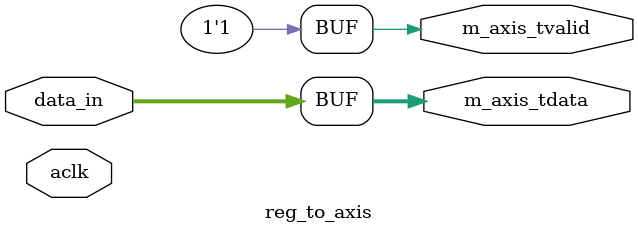
<source format=v>
`timescale 1ns / 1ps
module  reg_to_axis #
( parameter integer DIN_WIDTH  = 16)

(	input wire [DIN_WIDTH-1:0] data_in,
	input wire                 aclk,
	output wire [DIN_WIDTH-1:0] m_axis_tdata,
	output wire                m_axis_tvalid
);	 
    
	assign m_axis_tvalid = 1'b1;
    assign m_axis_tdata[DIN_WIDTH-1:0] = data_in[DIN_WIDTH-1:0];

endmodule



</source>
